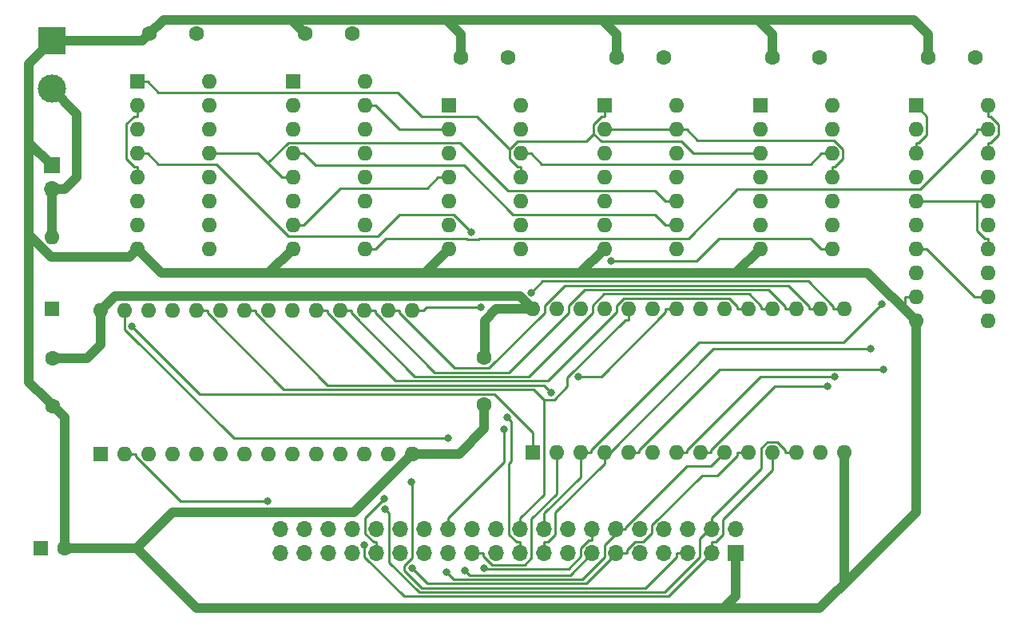
<source format=gbr>
%TF.GenerationSoftware,KiCad,Pcbnew,(6.0.9)*%
%TF.CreationDate,2023-10-24T21:18:58+02:00*%
%TF.ProjectId,p2000t-ram-expansion-board,70323030-3074-42d7-9261-6d2d65787061,rev?*%
%TF.SameCoordinates,Original*%
%TF.FileFunction,Copper,L1,Top*%
%TF.FilePolarity,Positive*%
%FSLAX46Y46*%
G04 Gerber Fmt 4.6, Leading zero omitted, Abs format (unit mm)*
G04 Created by KiCad (PCBNEW (6.0.9)) date 2023-10-24 21:18:58*
%MOMM*%
%LPD*%
G01*
G04 APERTURE LIST*
%TA.AperFunction,ComponentPad*%
%ADD10C,1.600000*%
%TD*%
%TA.AperFunction,ComponentPad*%
%ADD11R,1.600000X1.600000*%
%TD*%
%TA.AperFunction,ComponentPad*%
%ADD12O,1.600000X1.600000*%
%TD*%
%TA.AperFunction,ComponentPad*%
%ADD13R,1.700000X1.700000*%
%TD*%
%TA.AperFunction,ComponentPad*%
%ADD14O,1.700000X1.700000*%
%TD*%
%TA.AperFunction,ComponentPad*%
%ADD15R,3.000000X3.000000*%
%TD*%
%TA.AperFunction,ComponentPad*%
%ADD16C,3.000000*%
%TD*%
%TA.AperFunction,ViaPad*%
%ADD17C,0.800000*%
%TD*%
%TA.AperFunction,Conductor*%
%ADD18C,0.250000*%
%TD*%
%TA.AperFunction,Conductor*%
%ADD19C,1.000000*%
%TD*%
G04 APERTURE END LIST*
D10*
%TO.P,C1,1*%
%TO.N,+5V*%
X91440000Y-27940000D03*
%TO.P,C1,2*%
%TO.N,GND*%
X86440000Y-27940000D03*
%TD*%
D11*
%TO.P,U5,1,G*%
%TO.N,GND*%
X118120000Y-33020000D03*
D12*
%TO.P,U5,2,P0*%
%TO.N,A0*%
X118120000Y-35560000D03*
%TO.P,U5,3,R0*%
%TO.N,GND*%
X118120000Y-38100000D03*
%TO.P,U5,4,P1*%
%TO.N,A1*%
X118120000Y-40640000D03*
%TO.P,U5,5,R1*%
%TO.N,GND*%
X118120000Y-43180000D03*
%TO.P,U5,6,P2*%
%TO.N,A2*%
X118120000Y-45720000D03*
%TO.P,U5,7,R2*%
%TO.N,+5V*%
X118120000Y-48260000D03*
%TO.P,U5,8,P3*%
%TO.N,A3*%
X118120000Y-50800000D03*
%TO.P,U5,9,R3*%
%TO.N,GND*%
X118120000Y-53340000D03*
%TO.P,U5,10,GND*%
X118120000Y-55880000D03*
%TO.P,U5,11,P4*%
%TO.N,A4*%
X125740000Y-55880000D03*
%TO.P,U5,12,R4*%
%TO.N,+5V*%
X125740000Y-53340000D03*
%TO.P,U5,13,P5*%
%TO.N,A5*%
X125740000Y-50800000D03*
%TO.P,U5,14,R5*%
%TO.N,GND*%
X125740000Y-48260000D03*
%TO.P,U5,15,P6*%
%TO.N,A6*%
X125740000Y-45720000D03*
%TO.P,U5,16,R6*%
%TO.N,GND*%
X125740000Y-43180000D03*
%TO.P,U5,17,P7*%
%TO.N,A7*%
X125740000Y-40640000D03*
%TO.P,U5,18,R7*%
%TO.N,+5V*%
X125740000Y-38100000D03*
%TO.P,U5,19,P=R*%
%TO.N,Net-(U5-Pad19)*%
X125740000Y-35560000D03*
%TO.P,U5,20,VCC*%
%TO.N,+5V*%
X125740000Y-33020000D03*
%TD*%
D10*
%TO.P,C9,1*%
%TO.N,+5V*%
X74930000Y-27940000D03*
%TO.P,C9,2*%
%TO.N,GND*%
X69930000Y-27940000D03*
%TD*%
D11*
%TO.P,D1,1,K*%
%TO.N,+5V*%
X26520000Y-54620000D03*
D12*
%TO.P,D1,2,A*%
%TO.N,VCC*%
X26520000Y-47000000D03*
%TD*%
D10*
%TO.P,C5,1*%
%TO.N,+5V*%
X58420000Y-25400000D03*
%TO.P,C5,2*%
%TO.N,GND*%
X53420000Y-25400000D03*
%TD*%
%TO.P,C6,1*%
%TO.N,+5V*%
X72390000Y-59730000D03*
%TO.P,C6,2*%
%TO.N,GND*%
X72390000Y-64730000D03*
%TD*%
D11*
%TO.P,U1,1*%
%TO.N,~{RES}*%
X68590000Y-33020000D03*
D12*
%TO.P,U1,2*%
%TO.N,RES*%
X68590000Y-35560000D03*
%TO.P,U1,3*%
%TO.N,~{WR}*%
X68590000Y-38100000D03*
%TO.P,U1,4*%
%TO.N,WR*%
X68590000Y-40640000D03*
%TO.P,U1,5*%
%TO.N,Net-(U1-Pad5)*%
X68590000Y-43180000D03*
%TO.P,U1,6*%
%TO.N,Net-(U1-Pad6)*%
X68590000Y-45720000D03*
%TO.P,U1,7,GND*%
%TO.N,GND*%
X68590000Y-48260000D03*
%TO.P,U1,8*%
%TO.N,unconnected-(U1-Pad8)*%
X76210000Y-48260000D03*
%TO.P,U1,9*%
%TO.N,GND*%
X76210000Y-45720000D03*
%TO.P,U1,10*%
%TO.N,Net-(U1-Pad10)*%
X76210000Y-43180000D03*
%TO.P,U1,11*%
%TO.N,BR*%
X76210000Y-40640000D03*
%TO.P,U1,12*%
%TO.N,Net-(U1-Pad12)*%
X76210000Y-38100000D03*
%TO.P,U1,13*%
%TO.N,~{MRQ}*%
X76210000Y-35560000D03*
%TO.P,U1,14,VCC*%
%TO.N,+5V*%
X76210000Y-33020000D03*
%TD*%
D10*
%TO.P,C7,1*%
%TO.N,+5V*%
X26670000Y-59868000D03*
%TO.P,C7,2*%
%TO.N,GND*%
X26670000Y-64868000D03*
%TD*%
D11*
%TO.P,U8,1,S*%
%TO.N,BR*%
X35570000Y-30470000D03*
D12*
%TO.P,U8,2,I0a*%
%TO.N,GND*%
X35570000Y-33010000D03*
%TO.P,U8,3,I1a*%
%TO.N,S0*%
X35570000Y-35550000D03*
%TO.P,U8,4,Za*%
%TO.N,A13_1*%
X35570000Y-38090000D03*
%TO.P,U8,5,I0b*%
%TO.N,GND*%
X35570000Y-40630000D03*
%TO.P,U8,6,I1b*%
%TO.N,+5V*%
X35570000Y-43170000D03*
%TO.P,U8,7,Zb*%
%TO.N,A14_1*%
X35570000Y-45710000D03*
%TO.P,U8,8,GND*%
%TO.N,GND*%
X35570000Y-48250000D03*
%TO.P,U8,9,Zc*%
%TO.N,A13_2*%
X43190000Y-48250000D03*
%TO.P,U8,10,I1c*%
%TO.N,S0*%
X43190000Y-45710000D03*
%TO.P,U8,11,I0c*%
X43190000Y-43170000D03*
%TO.P,U8,12,Zd*%
%TO.N,A14_2*%
X43190000Y-40630000D03*
%TO.P,U8,13,I1d*%
%TO.N,S2*%
X43190000Y-38090000D03*
%TO.P,U8,14,I0d*%
X43190000Y-35550000D03*
%TO.P,U8,15,E*%
%TO.N,GND*%
X43190000Y-33010000D03*
%TO.P,U8,16,VCC*%
%TO.N,+5V*%
X43190000Y-30470000D03*
%TD*%
D11*
%TO.P,C3,1*%
%TO.N,+5V*%
X25400000Y-80010000D03*
D10*
%TO.P,C3,2*%
%TO.N,GND*%
X27900000Y-80010000D03*
%TD*%
%TO.P,C4,1*%
%TO.N,+5V*%
X107910000Y-27940000D03*
%TO.P,C4,2*%
%TO.N,GND*%
X102910000Y-27940000D03*
%TD*%
%TO.P,C2,1*%
%TO.N,+5V*%
X41870000Y-25400000D03*
%TO.P,C2,2*%
%TO.N,GND*%
X36870000Y-25400000D03*
%TD*%
D11*
%TO.P,U4,1,A14*%
%TO.N,A14_2*%
X31750000Y-69993000D03*
D12*
%TO.P,U4,2,A12*%
%TO.N,A12*%
X34290000Y-69993000D03*
%TO.P,U4,3,A7*%
%TO.N,A7*%
X36830000Y-69993000D03*
%TO.P,U4,4,A6*%
%TO.N,A6*%
X39370000Y-69993000D03*
%TO.P,U4,5,A5*%
%TO.N,A5*%
X41910000Y-69993000D03*
%TO.P,U4,6,A4*%
%TO.N,A4*%
X44450000Y-69993000D03*
%TO.P,U4,7,A3*%
%TO.N,A3*%
X46990000Y-69993000D03*
%TO.P,U4,8,A2*%
%TO.N,A2*%
X49530000Y-69993000D03*
%TO.P,U4,9,A1*%
%TO.N,A1*%
X52070000Y-69993000D03*
%TO.P,U4,10,A0*%
%TO.N,A0*%
X54610000Y-69993000D03*
%TO.P,U4,11,Q0*%
%TO.N,D0*%
X57150000Y-69993000D03*
%TO.P,U4,12,Q1*%
%TO.N,D1*%
X59690000Y-69993000D03*
%TO.P,U4,13,Q2*%
%TO.N,D2*%
X62230000Y-69993000D03*
%TO.P,U4,14,GND*%
%TO.N,GND*%
X64770000Y-69993000D03*
%TO.P,U4,15,Q3*%
%TO.N,D3*%
X64770000Y-54753000D03*
%TO.P,U4,16,Q4*%
%TO.N,D4*%
X62230000Y-54753000D03*
%TO.P,U4,17,Q5*%
%TO.N,D5*%
X59690000Y-54753000D03*
%TO.P,U4,18,Q6*%
%TO.N,D6*%
X57150000Y-54753000D03*
%TO.P,U4,19,Q7*%
%TO.N,D7*%
X54610000Y-54753000D03*
%TO.P,U4,20,~{CS}*%
%TO.N,~{CS2}*%
X52070000Y-54753000D03*
%TO.P,U4,21,A10*%
%TO.N,A10*%
X49530000Y-54753000D03*
%TO.P,U4,22,~{OE}*%
%TO.N,~{RD}*%
X46990000Y-54753000D03*
%TO.P,U4,23,A11*%
%TO.N,A11*%
X44450000Y-54753000D03*
%TO.P,U4,24,A9*%
%TO.N,A9*%
X41910000Y-54753000D03*
%TO.P,U4,25,A8*%
%TO.N,A8*%
X39370000Y-54753000D03*
%TO.P,U4,26,A13*%
%TO.N,A13_2*%
X36830000Y-54753000D03*
%TO.P,U4,27,~{WE}*%
%TO.N,~{WR}*%
X34290000Y-54753000D03*
%TO.P,U4,28,VCC*%
%TO.N,+5V*%
X31750000Y-54753000D03*
%TD*%
D13*
%TO.P,J2,1,Pin_1*%
%TO.N,GND*%
X26520000Y-39380000D03*
D14*
%TO.P,J2,2,Pin_2*%
%TO.N,VCC*%
X26520000Y-41920000D03*
%TD*%
D11*
%TO.P,U6,1*%
%TO.N,BR*%
X85100000Y-33015000D03*
D12*
%TO.P,U6,2*%
%TO.N,~{REN}*%
X85100000Y-35555000D03*
%TO.P,U6,3*%
%TO.N,~{CS2}*%
X85100000Y-38095000D03*
%TO.P,U6,4*%
%TO.N,GND*%
X85100000Y-40635000D03*
%TO.P,U6,5*%
X85100000Y-43175000D03*
%TO.P,U6,6*%
%TO.N,unconnected-(U6-Pad6)*%
X85100000Y-45715000D03*
%TO.P,U6,7,GND*%
%TO.N,GND*%
X85100000Y-48255000D03*
%TO.P,U6,8*%
%TO.N,Net-(U3-Pad1)*%
X92720000Y-48255000D03*
%TO.P,U6,9*%
%TO.N,S1*%
X92720000Y-45715000D03*
%TO.P,U6,10*%
%TO.N,S2*%
X92720000Y-43175000D03*
%TO.P,U6,11*%
%TO.N,~{CS1}*%
X92720000Y-40635000D03*
%TO.P,U6,12*%
%TO.N,Net-(U1-Pad10)*%
X92720000Y-38095000D03*
%TO.P,U6,13*%
%TO.N,~{REN}*%
X92720000Y-35555000D03*
%TO.P,U6,14,VCC*%
%TO.N,+5V*%
X92720000Y-33015000D03*
%TD*%
D11*
%TO.P,U7,1,Oe1*%
%TO.N,GND*%
X52080000Y-30470000D03*
D12*
%TO.P,U7,2,Oe2*%
X52080000Y-33010000D03*
%TO.P,U7,3,Q0*%
%TO.N,S0*%
X52080000Y-35550000D03*
%TO.P,U7,4,Q1*%
%TO.N,S1*%
X52080000Y-38090000D03*
%TO.P,U7,5,Q2*%
%TO.N,S2*%
X52080000Y-40630000D03*
%TO.P,U7,6,Q3*%
%TO.N,unconnected-(U7-Pad6)*%
X52080000Y-43170000D03*
%TO.P,U7,7,Cp*%
%TO.N,WR*%
X52080000Y-45710000D03*
%TO.P,U7,8,GND*%
%TO.N,GND*%
X52080000Y-48250000D03*
%TO.P,U7,9,E1*%
%TO.N,Net-(U5-Pad19)*%
X59700000Y-48250000D03*
%TO.P,U7,10,E2*%
%TO.N,~{IORQ}*%
X59700000Y-45710000D03*
%TO.P,U7,11,D3*%
%TO.N,D3*%
X59700000Y-43170000D03*
%TO.P,U7,12,D2*%
%TO.N,D2*%
X59700000Y-40630000D03*
%TO.P,U7,13,D1*%
%TO.N,D1*%
X59700000Y-38090000D03*
%TO.P,U7,14,D0*%
%TO.N,D0*%
X59700000Y-35550000D03*
%TO.P,U7,15,Mr*%
%TO.N,RES*%
X59700000Y-33010000D03*
%TO.P,U7,16,VCC*%
%TO.N,+5V*%
X59700000Y-30470000D03*
%TD*%
D10*
%TO.P,C8,1*%
%TO.N,+5V*%
X124420000Y-27935000D03*
%TO.P,C8,2*%
%TO.N,GND*%
X119420000Y-27935000D03*
%TD*%
D11*
%TO.P,U2,1,A14*%
%TO.N,A14_1*%
X77495000Y-69855000D03*
D12*
%TO.P,U2,2,A12*%
%TO.N,A12*%
X80035000Y-69855000D03*
%TO.P,U2,3,A7*%
%TO.N,A7*%
X82575000Y-69855000D03*
%TO.P,U2,4,A6*%
%TO.N,A6*%
X85115000Y-69855000D03*
%TO.P,U2,5,A5*%
%TO.N,A5*%
X87655000Y-69855000D03*
%TO.P,U2,6,A4*%
%TO.N,A4*%
X90195000Y-69855000D03*
%TO.P,U2,7,A3*%
%TO.N,A3*%
X92735000Y-69855000D03*
%TO.P,U2,8,A2*%
%TO.N,A2*%
X95275000Y-69855000D03*
%TO.P,U2,9,A1*%
%TO.N,A1*%
X97815000Y-69855000D03*
%TO.P,U2,10,A0*%
%TO.N,A0*%
X100355000Y-69855000D03*
%TO.P,U2,11,Q0*%
%TO.N,D0*%
X102895000Y-69855000D03*
%TO.P,U2,12,Q1*%
%TO.N,D1*%
X105435000Y-69855000D03*
%TO.P,U2,13,Q2*%
%TO.N,D2*%
X107975000Y-69855000D03*
%TO.P,U2,14,GND*%
%TO.N,GND*%
X110515000Y-69855000D03*
%TO.P,U2,15,Q3*%
%TO.N,D3*%
X110515000Y-54615000D03*
%TO.P,U2,16,Q4*%
%TO.N,D4*%
X107975000Y-54615000D03*
%TO.P,U2,17,Q5*%
%TO.N,D5*%
X105435000Y-54615000D03*
%TO.P,U2,18,Q6*%
%TO.N,D6*%
X102895000Y-54615000D03*
%TO.P,U2,19,Q7*%
%TO.N,D7*%
X100355000Y-54615000D03*
%TO.P,U2,20,~{CS}*%
%TO.N,~{CS1}*%
X97815000Y-54615000D03*
%TO.P,U2,21,A10*%
%TO.N,A10*%
X95275000Y-54615000D03*
%TO.P,U2,22,~{OE}*%
%TO.N,~{RD}*%
X92735000Y-54615000D03*
%TO.P,U2,23,A11*%
%TO.N,A11*%
X90195000Y-54615000D03*
%TO.P,U2,24,A9*%
%TO.N,A9*%
X87655000Y-54615000D03*
%TO.P,U2,25,A8*%
%TO.N,A8*%
X85115000Y-54615000D03*
%TO.P,U2,26,A13*%
%TO.N,A13_1*%
X82575000Y-54615000D03*
%TO.P,U2,27,~{WE}*%
%TO.N,~{WR}*%
X80035000Y-54615000D03*
%TO.P,U2,28,VCC*%
%TO.N,+5V*%
X77495000Y-54615000D03*
%TD*%
D15*
%TO.P,J3,1,Pin_1*%
%TO.N,GND*%
X26520000Y-26172000D03*
D16*
%TO.P,J3,2,Pin_2*%
%TO.N,VCC*%
X26520000Y-31252000D03*
%TD*%
D11*
%TO.P,U3,1*%
%TO.N,Net-(U3-Pad1)*%
X101610000Y-33015000D03*
D12*
%TO.P,U3,2*%
%TO.N,Net-(U1-Pad6)*%
X101610000Y-35555000D03*
%TO.P,U3,3*%
%TO.N,BR*%
X101610000Y-38095000D03*
%TO.P,U3,4*%
%TO.N,GND*%
X101610000Y-40635000D03*
%TO.P,U3,5*%
X101610000Y-43175000D03*
%TO.P,U3,6*%
%TO.N,unconnected-(U3-Pad6)*%
X101610000Y-45715000D03*
%TO.P,U3,7,GND*%
%TO.N,GND*%
X101610000Y-48255000D03*
%TO.P,U3,8*%
%TO.N,Net-(U1-Pad5)*%
X109230000Y-48255000D03*
%TO.P,U3,9*%
%TO.N,A13*%
X109230000Y-45715000D03*
%TO.P,U3,10*%
%TO.N,A14*%
X109230000Y-43175000D03*
%TO.P,U3,11*%
%TO.N,~{REN}*%
X109230000Y-40635000D03*
%TO.P,U3,12*%
%TO.N,Net-(U1-Pad12)*%
X109230000Y-38095000D03*
%TO.P,U3,13*%
%TO.N,RAMS2*%
X109230000Y-35555000D03*
%TO.P,U3,14,VCC*%
%TO.N,+5V*%
X109230000Y-33015000D03*
%TD*%
D13*
%TO.P,J1,1,Pin_1*%
%TO.N,GND*%
X99055000Y-80518000D03*
D14*
%TO.P,J1,2,Pin_2*%
%TO.N,unconnected-(J1-Pad2)*%
X99055000Y-77978000D03*
%TO.P,J1,3,Pin_3*%
%TO.N,D0*%
X96515000Y-80518000D03*
%TO.P,J1,4,Pin_4*%
%TO.N,D1*%
X96515000Y-77978000D03*
%TO.P,J1,5,Pin_5*%
%TO.N,D2*%
X93975000Y-80518000D03*
%TO.P,J1,6,Pin_6*%
%TO.N,D3*%
X93975000Y-77978000D03*
%TO.P,J1,7,Pin_7*%
%TO.N,D4*%
X91435000Y-80518000D03*
%TO.P,J1,8,Pin_8*%
%TO.N,D5*%
X91435000Y-77978000D03*
%TO.P,J1,9,Pin_9*%
%TO.N,D6*%
X88895000Y-80518000D03*
%TO.P,J1,10,Pin_10*%
%TO.N,D7*%
X88895000Y-77978000D03*
%TO.P,J1,11,Pin_11*%
%TO.N,A0*%
X86355000Y-80518000D03*
%TO.P,J1,12,Pin_12*%
%TO.N,A1*%
X86355000Y-77978000D03*
%TO.P,J1,13,Pin_13*%
%TO.N,A2*%
X83815000Y-80518000D03*
%TO.P,J1,14,Pin_14*%
%TO.N,A3*%
X83815000Y-77978000D03*
%TO.P,J1,15,Pin_15*%
%TO.N,A4*%
X81275000Y-80518000D03*
%TO.P,J1,16,Pin_16*%
%TO.N,A5*%
X81275000Y-77978000D03*
%TO.P,J1,17,Pin_17*%
%TO.N,A6*%
X78735000Y-80518000D03*
%TO.P,J1,18,Pin_18*%
%TO.N,A7*%
X78735000Y-77978000D03*
%TO.P,J1,19,Pin_19*%
%TO.N,A8*%
X76195000Y-80518000D03*
%TO.P,J1,20,Pin_20*%
%TO.N,A9*%
X76195000Y-77978000D03*
%TO.P,J1,21,Pin_21*%
%TO.N,A10*%
X73655000Y-80518000D03*
%TO.P,J1,22,Pin_22*%
%TO.N,A11*%
X73655000Y-77978000D03*
%TO.P,J1,23,Pin_23*%
%TO.N,A12*%
X71115000Y-80518000D03*
%TO.P,J1,24,Pin_24*%
%TO.N,A13*%
X71115000Y-77978000D03*
%TO.P,J1,25,Pin_25*%
%TO.N,A14*%
X68575000Y-80518000D03*
%TO.P,J1,26,Pin_26*%
%TO.N,RAMS2*%
X68575000Y-77978000D03*
%TO.P,J1,27,Pin_27*%
%TO.N,~{MRQ}*%
X66035000Y-80518000D03*
%TO.P,J1,28,Pin_28*%
%TO.N,~{RD}*%
X66035000Y-77978000D03*
%TO.P,J1,29,Pin_29*%
%TO.N,unconnected-(J1-Pad29)*%
X63495000Y-80518000D03*
%TO.P,J1,30,Pin_30*%
%TO.N,~{WR}*%
X63495000Y-77978000D03*
%TO.P,J1,31,Pin_31*%
%TO.N,~{IORQ}*%
X60955000Y-80518000D03*
%TO.P,J1,32,Pin_32*%
%TO.N,unconnected-(J1-Pad32)*%
X60955000Y-77978000D03*
%TO.P,J1,33,Pin_33*%
%TO.N,unconnected-(J1-Pad33)*%
X58415000Y-80518000D03*
%TO.P,J1,34,Pin_34*%
%TO.N,~{RES}*%
X58415000Y-77978000D03*
%TO.P,J1,35,Pin_35*%
%TO.N,unconnected-(J1-Pad35)*%
X55875000Y-80518000D03*
%TO.P,J1,36,Pin_36*%
%TO.N,unconnected-(J1-Pad36)*%
X55875000Y-77978000D03*
%TO.P,J1,37,Pin_37*%
%TO.N,unconnected-(J1-Pad37)*%
X53335000Y-80518000D03*
%TO.P,J1,38,Pin_38*%
%TO.N,unconnected-(J1-Pad38)*%
X53335000Y-77978000D03*
%TO.P,J1,39,Pin_39*%
%TO.N,unconnected-(J1-Pad39)*%
X50795000Y-80518000D03*
%TO.P,J1,40,Pin_40*%
%TO.N,unconnected-(J1-Pad40)*%
X50795000Y-77978000D03*
%TD*%
D17*
%TO.N,Net-(U1-Pad5)*%
X85847100Y-49501800D03*
%TO.N,A13_1*%
X70998200Y-46491200D03*
%TO.N,~{IORQ}*%
X61778500Y-74720300D03*
%TO.N,~{WR}*%
X68556700Y-68308300D03*
%TO.N,~{RD}*%
X79475900Y-63456400D03*
X82345600Y-61748000D03*
%TO.N,RAMS2*%
X74501400Y-67371400D03*
%TO.N,A12*%
X49402800Y-75010800D03*
%TO.N,A8*%
X74768500Y-66074400D03*
%TO.N,A7*%
X114476900Y-54076400D03*
%TO.N,A6*%
X113301100Y-58838700D03*
%TO.N,A5*%
X114673000Y-61023000D03*
%TO.N,A3*%
X109558500Y-61817500D03*
X72341200Y-82115700D03*
%TO.N,A2*%
X108738700Y-62776300D03*
X70333400Y-82319500D03*
%TO.N,A1*%
X68334700Y-82505900D03*
%TO.N,A0*%
X64692600Y-82063800D03*
%TO.N,D3*%
X77313200Y-52871900D03*
X72052300Y-54402700D03*
%TO.N,D2*%
X64651600Y-72981800D03*
%TO.N,D1*%
X61817900Y-75793800D03*
%TO.N,D0*%
X59633700Y-79670500D03*
%TO.N,A14_1*%
X35035100Y-56468400D03*
%TD*%
D18*
%TO.N,GND*%
X119240300Y-34140300D02*
X118120000Y-33020000D01*
X119245300Y-34140300D02*
X119240300Y-34140300D01*
D19*
%TO.N,VCC*%
X27930000Y-41920000D02*
X26520000Y-41920000D01*
X29210000Y-40640000D02*
X27930000Y-41920000D01*
X29210000Y-33942000D02*
X29210000Y-40640000D01*
X26520000Y-31252000D02*
X29210000Y-33942000D01*
X26520000Y-47000000D02*
X26520000Y-41920000D01*
D18*
%TO.N,Net-(U1-Pad12)*%
X78457600Y-39222300D02*
X77335300Y-38100000D01*
X106977400Y-39222300D02*
X78457600Y-39222300D01*
X108104700Y-38095000D02*
X106977400Y-39222300D01*
X76210000Y-38100000D02*
X77335300Y-38100000D01*
X109230000Y-38095000D02*
X108104700Y-38095000D01*
%TO.N,Net-(U5-Pad19)*%
X59700000Y-48250000D02*
X60825300Y-48250000D01*
X125740000Y-35560000D02*
X124614700Y-35560000D01*
X124614700Y-35841300D02*
X124614700Y-35560000D01*
X118551000Y-41905000D02*
X124614700Y-35841300D01*
X99233000Y-41905000D02*
X118551000Y-41905000D01*
X94013300Y-47124700D02*
X99233000Y-41905000D01*
X71870000Y-47124700D02*
X94013300Y-47124700D01*
X71773800Y-47220900D02*
X71870000Y-47124700D01*
X70595300Y-47220900D02*
X71773800Y-47220900D01*
X70499100Y-47124700D02*
X70595300Y-47220900D01*
X61950600Y-47124700D02*
X70499100Y-47124700D01*
X60825300Y-48250000D02*
X61950600Y-47124700D01*
%TO.N,BR*%
X85100000Y-33015000D02*
X85100000Y-34140300D01*
X76210000Y-40640000D02*
X76210000Y-39514700D01*
X84775100Y-36825000D02*
X83974700Y-36024600D01*
X93250200Y-36825000D02*
X84775100Y-36825000D01*
X94520200Y-38095000D02*
X93250200Y-36825000D01*
X101610000Y-38095000D02*
X94520200Y-38095000D01*
X84818600Y-34140300D02*
X85100000Y-34140300D01*
X83974700Y-34984200D02*
X84818600Y-34140300D01*
X83974700Y-36024600D02*
X83974700Y-34984200D01*
X71596600Y-34145400D02*
X75084700Y-37633500D01*
X65736100Y-34145400D02*
X71596600Y-34145400D01*
X63186000Y-31595300D02*
X65736100Y-34145400D01*
X37820600Y-31595300D02*
X63186000Y-31595300D01*
X36695300Y-30470000D02*
X37820600Y-31595300D01*
X75888200Y-36830000D02*
X75084700Y-37633500D01*
X83169300Y-36830000D02*
X75888200Y-36830000D01*
X83974700Y-36024600D02*
X83169300Y-36830000D01*
X75928600Y-39514700D02*
X76210000Y-39514700D01*
X75084700Y-38670800D02*
X75928600Y-39514700D01*
X75084700Y-37633500D02*
X75084700Y-38670800D01*
X35570000Y-30470000D02*
X36695300Y-30470000D01*
%TO.N,Net-(U1-Pad5)*%
X109230000Y-48255000D02*
X108104700Y-48255000D01*
X94856000Y-49501800D02*
X85847100Y-49501800D01*
X97233300Y-47124500D02*
X94856000Y-49501800D01*
X106974200Y-47124500D02*
X97233300Y-47124500D01*
X108104700Y-48255000D02*
X106974200Y-47124500D01*
%TO.N,~{REN}*%
X85100000Y-35555000D02*
X92720000Y-35555000D01*
X94970600Y-36680300D02*
X93845300Y-35555000D01*
X109459300Y-36680300D02*
X94970600Y-36680300D01*
X110388300Y-37609300D02*
X109459300Y-36680300D01*
X110388300Y-38632700D02*
X110388300Y-37609300D01*
X109511300Y-39509700D02*
X110388300Y-38632700D01*
X109230000Y-39509700D02*
X109511300Y-39509700D01*
X109230000Y-40635000D02*
X109230000Y-39509700D01*
X92720000Y-35555000D02*
X93845300Y-35555000D01*
%TO.N,RES*%
X63375300Y-35560000D02*
X68590000Y-35560000D01*
X60825300Y-33010000D02*
X63375300Y-35560000D01*
X59700000Y-33010000D02*
X60825300Y-33010000D01*
%TO.N,WR*%
X66339400Y-41765300D02*
X67464700Y-40640000D01*
X57150000Y-41765300D02*
X66339400Y-41765300D01*
X53205300Y-45710000D02*
X57150000Y-41765300D01*
X52080000Y-45710000D02*
X53205300Y-45710000D01*
X68590000Y-40640000D02*
X67464700Y-40640000D01*
D19*
%TO.N,+5V*%
X33250000Y-53253000D02*
X31750000Y-54753000D01*
X76133000Y-53253000D02*
X33250000Y-53253000D01*
X77495000Y-54615000D02*
X76133000Y-53253000D01*
X31750000Y-58420000D02*
X31750000Y-54753000D01*
X30302000Y-59868000D02*
X31750000Y-58420000D01*
X26670000Y-59868000D02*
X30302000Y-59868000D01*
X72405000Y-59730000D02*
X72405000Y-58009900D01*
X73655000Y-54615000D02*
X77495000Y-54615000D01*
X72405000Y-55865000D02*
X73655000Y-54615000D01*
X72405000Y-58009900D02*
X72405000Y-55865000D01*
D18*
X72390000Y-58024900D02*
X72390000Y-59730000D01*
X72405000Y-58009900D02*
X72390000Y-58024900D01*
X126021400Y-36974700D02*
X125740000Y-36974700D01*
X126865300Y-36130800D02*
X126021400Y-36974700D01*
X126865300Y-34989300D02*
X126865300Y-36130800D01*
X126021300Y-34145300D02*
X126865300Y-34989300D01*
X125740000Y-34145300D02*
X126021300Y-34145300D01*
X125740000Y-33020000D02*
X125740000Y-34145300D01*
X125740000Y-38100000D02*
X125740000Y-36974700D01*
X124325300Y-53340000D02*
X125740000Y-53340000D01*
X119245300Y-48260000D02*
X124325300Y-53340000D01*
X118120000Y-48260000D02*
X119245300Y-48260000D01*
%TO.N,S2*%
X52080000Y-40630000D02*
X50954700Y-40630000D01*
X92720000Y-43175000D02*
X91594700Y-43175000D01*
X90469400Y-42049700D02*
X91594700Y-43175000D01*
X74932100Y-42049700D02*
X90469400Y-42049700D01*
X69822700Y-36940300D02*
X74932100Y-42049700D01*
X51628100Y-36940300D02*
X69822700Y-36940300D01*
X49446600Y-39121800D02*
X51628100Y-36940300D01*
X50954700Y-40630000D02*
X49446600Y-39121800D01*
X48414700Y-38090000D02*
X43190000Y-38090000D01*
X49446600Y-39121800D02*
X48414700Y-38090000D01*
%TO.N,S1*%
X52080000Y-38090000D02*
X53205300Y-38090000D01*
X92720000Y-45715000D02*
X91594700Y-45715000D01*
X54485300Y-39370000D02*
X53205300Y-38090000D01*
X70209700Y-39370000D02*
X54485300Y-39370000D01*
X75429400Y-44589700D02*
X70209700Y-39370000D01*
X90469400Y-44589700D02*
X75429400Y-44589700D01*
X91594700Y-45715000D02*
X90469400Y-44589700D01*
D19*
%TO.N,GND*%
X69707000Y-69993000D02*
X64770000Y-69993000D01*
X72390000Y-67310000D02*
X69707000Y-69993000D01*
X72390000Y-64730000D02*
X72390000Y-67310000D01*
X39370000Y-76200000D02*
X35560000Y-80010000D01*
X58563000Y-76200000D02*
X39370000Y-76200000D01*
X64770000Y-69993000D02*
X58563000Y-76200000D01*
X118120000Y-76190000D02*
X110515000Y-83795000D01*
X118120000Y-55880000D02*
X118120000Y-76190000D01*
X109220000Y-85090000D02*
X110515000Y-83795000D01*
X107950000Y-86360000D02*
X109220000Y-85090000D01*
X97790000Y-86360000D02*
X107950000Y-86360000D01*
X110515000Y-83795000D02*
X110515000Y-69855000D01*
X96520000Y-86360000D02*
X97790000Y-86360000D01*
X99055000Y-85095000D02*
X99055000Y-80518000D01*
X97790000Y-86360000D02*
X99055000Y-85095000D01*
X41910000Y-86360000D02*
X96520000Y-86360000D01*
X35560000Y-80010000D02*
X41910000Y-86360000D01*
X27900000Y-80010000D02*
X35560000Y-80010000D01*
X99060000Y-50800000D02*
X99065000Y-50800000D01*
X99065000Y-50800000D02*
X101610000Y-48255000D01*
X81280000Y-50800000D02*
X82555000Y-50800000D01*
X82555000Y-50800000D02*
X85100000Y-48255000D01*
X66050000Y-50800000D02*
X68590000Y-48260000D01*
X49530000Y-50800000D02*
X66050000Y-50800000D01*
X49530000Y-50800000D02*
X52080000Y-48250000D01*
X24130000Y-46731300D02*
X24130000Y-40640000D01*
X26448700Y-49050000D02*
X24130000Y-46731300D01*
X34770000Y-49050000D02*
X26448700Y-49050000D01*
X35570000Y-48250000D02*
X34770000Y-49050000D01*
X24130000Y-36990000D02*
X24130000Y-40640000D01*
X24130000Y-36990000D02*
X26520000Y-39380000D01*
X24130000Y-28562000D02*
X24130000Y-36990000D01*
X26520000Y-26172000D02*
X24130000Y-28562000D01*
X119420000Y-25440000D02*
X119420000Y-27935000D01*
X117880000Y-23900000D02*
X119420000Y-25440000D01*
X101370000Y-23900000D02*
X117880000Y-23900000D01*
X102910000Y-25440000D02*
X102910000Y-27940000D01*
X101370000Y-23900000D02*
X102910000Y-25440000D01*
X83590000Y-23900000D02*
X84860000Y-23900000D01*
X65810000Y-23900000D02*
X68350000Y-23900000D01*
X51920000Y-23900000D02*
X65810000Y-23900000D01*
X86440000Y-25480000D02*
X86440000Y-27940000D01*
X84860000Y-23900000D02*
X86440000Y-25480000D01*
X69930000Y-25480000D02*
X69930000Y-27940000D01*
X68350000Y-23900000D02*
X69930000Y-25480000D01*
X51920000Y-23900000D02*
X53420000Y-25400000D01*
X38370000Y-23900000D02*
X51920000Y-23900000D01*
X36870000Y-25400000D02*
X38370000Y-23900000D01*
X65810000Y-23900000D02*
X68350000Y-23900000D01*
X68350000Y-23900000D02*
X83590000Y-23900000D01*
X83590000Y-23900000D02*
X84860000Y-23900000D01*
X99290000Y-23900000D02*
X101370000Y-23900000D01*
X24130000Y-40640000D02*
X24130000Y-46731300D01*
X81280000Y-50800000D02*
X82555000Y-50800000D01*
X82555000Y-50800000D02*
X99060000Y-50800000D01*
X99060000Y-50800000D02*
X99065000Y-50800000D01*
X96520000Y-86360000D02*
X97790000Y-86360000D01*
X110515000Y-83795000D02*
X109220000Y-85090000D01*
X84860000Y-23900000D02*
X99290000Y-23900000D01*
X99290000Y-23900000D02*
X101370000Y-23900000D01*
X36098000Y-26172000D02*
X36870000Y-25400000D01*
X26520000Y-26172000D02*
X36098000Y-26172000D01*
X66050000Y-50800000D02*
X81280000Y-50800000D01*
D18*
X118401400Y-36974700D02*
X118120000Y-36974700D01*
X119245300Y-36130800D02*
X118401400Y-36974700D01*
X119245300Y-34140300D02*
X119245300Y-36130800D01*
X118120000Y-38100000D02*
X118120000Y-36974700D01*
D19*
X38120000Y-50800000D02*
X49530000Y-50800000D01*
X35570000Y-48250000D02*
X38120000Y-50800000D01*
D18*
X35288600Y-34135300D02*
X35570000Y-34135300D01*
X34444700Y-34979200D02*
X35288600Y-34135300D01*
X34444700Y-38660700D02*
X34444700Y-34979200D01*
X35288700Y-39504700D02*
X34444700Y-38660700D01*
X35570000Y-39504700D02*
X35288700Y-39504700D01*
X35570000Y-40630000D02*
X35570000Y-39504700D01*
X35570000Y-33010000D02*
X35570000Y-34135300D01*
X116994700Y-54465300D02*
X116994700Y-53340000D01*
X116850000Y-54610000D02*
X116994700Y-54465300D01*
D19*
X115580000Y-53340000D02*
X116850000Y-54610000D01*
X115570000Y-53340000D02*
X115580000Y-53340000D01*
X113030000Y-50800000D02*
X115570000Y-53340000D01*
X99065000Y-50800000D02*
X113030000Y-50800000D01*
X116850000Y-54610000D02*
X118120000Y-55880000D01*
D18*
X118120000Y-53340000D02*
X116994700Y-53340000D01*
X125740000Y-48260000D02*
X125740000Y-47134700D01*
X125458700Y-47134700D02*
X125740000Y-47134700D01*
X124576500Y-46252500D02*
X125458700Y-47134700D01*
X124576500Y-43180000D02*
X124576500Y-46252500D01*
X118120000Y-43180000D02*
X124576500Y-43180000D01*
X124576500Y-43180000D02*
X125740000Y-43180000D01*
D19*
X24130000Y-62338000D02*
X26015000Y-64223000D01*
X24130000Y-46731300D02*
X24130000Y-62338000D01*
X27900000Y-66108000D02*
X27900000Y-80010000D01*
X26015000Y-64223000D02*
X27900000Y-66108000D01*
D18*
X26025000Y-64223000D02*
X26670000Y-64868000D01*
X26015000Y-64223000D02*
X26025000Y-64223000D01*
%TO.N,A13_1*%
X35570000Y-38090000D02*
X36695300Y-38090000D01*
X37820600Y-39215300D02*
X36695300Y-38090000D01*
X43976700Y-39215300D02*
X37820600Y-39215300D01*
X51607800Y-46846400D02*
X43976700Y-39215300D01*
X61098900Y-46846400D02*
X51607800Y-46846400D01*
X63356100Y-44589200D02*
X61098900Y-46846400D01*
X69096200Y-44589200D02*
X63356100Y-44589200D01*
X70998200Y-46491200D02*
X69096200Y-44589200D01*
%TO.N,~{IORQ}*%
X60955000Y-80518000D02*
X60955000Y-79342700D01*
X59761000Y-76737800D02*
X61778500Y-74720300D01*
X59761000Y-78453800D02*
X59761000Y-76737800D01*
X60649900Y-79342700D02*
X59761000Y-78453800D01*
X60955000Y-79342700D02*
X60649900Y-79342700D01*
%TO.N,~{WR}*%
X45842000Y-68308300D02*
X68556700Y-68308300D01*
X34290000Y-56756300D02*
X45842000Y-68308300D01*
X34290000Y-55878300D02*
X34290000Y-56756300D01*
X34290000Y-54753000D02*
X34290000Y-55878300D01*
%TO.N,~{RD}*%
X46990000Y-54753000D02*
X48115300Y-54753000D01*
X92735000Y-54615000D02*
X91609700Y-54615000D01*
X91609700Y-54896300D02*
X91609700Y-54615000D01*
X84758000Y-61748000D02*
X91609700Y-54896300D01*
X82345600Y-61748000D02*
X84758000Y-61748000D01*
X48115300Y-55034300D02*
X48115300Y-54753000D01*
X55749900Y-62668900D02*
X48115300Y-55034300D01*
X78688400Y-62668900D02*
X55749900Y-62668900D01*
X79475900Y-63456400D02*
X78688400Y-62668900D01*
%TO.N,RAMS2*%
X68575000Y-77978000D02*
X68575000Y-76802700D01*
X74501400Y-70876300D02*
X68575000Y-76802700D01*
X74501400Y-67371400D02*
X74501400Y-70876300D01*
%TO.N,A12*%
X34290000Y-69993000D02*
X35415300Y-69993000D01*
X80035000Y-74198400D02*
X80035000Y-69855000D01*
X77377300Y-76856100D02*
X80035000Y-74198400D01*
X77377300Y-81010600D02*
X77377300Y-76856100D01*
X76671300Y-81716600D02*
X77377300Y-81010600D01*
X73173500Y-81716600D02*
X76671300Y-81716600D01*
X72290300Y-80833400D02*
X73173500Y-81716600D01*
X72290300Y-80518000D02*
X72290300Y-80833400D01*
X71115000Y-80518000D02*
X72290300Y-80518000D01*
X40151800Y-75010800D02*
X49402800Y-75010800D01*
X35415300Y-70274300D02*
X40151800Y-75010800D01*
X35415300Y-69993000D02*
X35415300Y-70274300D01*
%TO.N,A9*%
X76195000Y-77978000D02*
X76195000Y-76802700D01*
X87655000Y-54615000D02*
X87655000Y-55740300D01*
X41910000Y-54753000D02*
X43035300Y-54753000D01*
X78696200Y-74301500D02*
X78696200Y-64223100D01*
X76195000Y-76802700D02*
X78696200Y-74301500D01*
X87303400Y-55740300D02*
X87655000Y-55740300D01*
X81197500Y-61846200D02*
X87303400Y-55740300D01*
X81197500Y-62811900D02*
X81197500Y-61846200D01*
X79786300Y-64223100D02*
X81197500Y-62811900D01*
X78696200Y-64223100D02*
X79786300Y-64223100D01*
X43035300Y-55034300D02*
X43035300Y-54753000D01*
X51120200Y-63119200D02*
X43035300Y-55034300D01*
X77592300Y-63119200D02*
X51120200Y-63119200D01*
X78696200Y-64223100D02*
X77592300Y-63119200D01*
%TO.N,A8*%
X76195000Y-80518000D02*
X76195000Y-79342700D01*
X75238200Y-66544100D02*
X74768500Y-66074400D01*
X75238200Y-70776400D02*
X75238200Y-66544100D01*
X75019700Y-70994900D02*
X75238200Y-70776400D01*
X75019700Y-78534800D02*
X75019700Y-70994900D01*
X75827600Y-79342700D02*
X75019700Y-78534800D01*
X76195000Y-79342700D02*
X75827600Y-79342700D01*
%TO.N,A7*%
X78735000Y-77978000D02*
X78735000Y-76802700D01*
X82575000Y-72443500D02*
X82575000Y-69855000D01*
X78735000Y-76283500D02*
X82575000Y-72443500D01*
X78735000Y-76802700D02*
X78735000Y-76283500D01*
X110440000Y-58113300D02*
X114476900Y-54076400D01*
X95160700Y-58113300D02*
X110440000Y-58113300D01*
X83700300Y-69573700D02*
X95160700Y-58113300D01*
X83700300Y-69855000D02*
X83700300Y-69573700D01*
X82575000Y-69855000D02*
X83700300Y-69855000D01*
%TO.N,A6*%
X79910300Y-76185000D02*
X85115000Y-70980300D01*
X79910300Y-78534800D02*
X79910300Y-76185000D01*
X79102400Y-79342700D02*
X79910300Y-78534800D01*
X78735000Y-79342700D02*
X79102400Y-79342700D01*
X78735000Y-80518000D02*
X78735000Y-79342700D01*
X85115000Y-69855000D02*
X85115000Y-70417600D01*
X85115000Y-70417600D02*
X85115000Y-70980300D01*
X96693900Y-58838700D02*
X113301100Y-58838700D01*
X85115000Y-70417600D02*
X96693900Y-58838700D01*
%TO.N,A5*%
X87655000Y-69855000D02*
X88780300Y-69855000D01*
X97331000Y-61023000D02*
X114673000Y-61023000D01*
X88780300Y-69573700D02*
X97331000Y-61023000D01*
X88780300Y-69855000D02*
X88780300Y-69573700D01*
%TO.N,A3*%
X101616500Y-61817500D02*
X109558500Y-61817500D01*
X93860300Y-69573700D02*
X101616500Y-61817500D01*
X93860300Y-69855000D02*
X93860300Y-69573700D01*
X92735000Y-69855000D02*
X93860300Y-69855000D01*
X83815000Y-77978000D02*
X83815000Y-79153300D01*
X72393300Y-82167800D02*
X72341200Y-82115700D01*
X81290400Y-82167800D02*
X72393300Y-82167800D01*
X82639700Y-80818500D02*
X81290400Y-82167800D01*
X82639700Y-79961200D02*
X82639700Y-80818500D01*
X83447600Y-79153300D02*
X82639700Y-79961200D01*
X83815000Y-79153300D02*
X83447600Y-79153300D01*
%TO.N,A2*%
X103197700Y-62776300D02*
X108738700Y-62776300D01*
X96400300Y-69573700D02*
X103197700Y-62776300D01*
X96400300Y-69855000D02*
X96400300Y-69573700D01*
X95275000Y-69855000D02*
X96400300Y-69855000D01*
X81492000Y-82841000D02*
X83815000Y-80518000D01*
X70854900Y-82841000D02*
X81492000Y-82841000D01*
X70333400Y-82319500D02*
X70854900Y-82841000D01*
%TO.N,A1*%
X87361400Y-77815700D02*
X87361400Y-77978000D01*
X93876100Y-71301000D02*
X87361400Y-77815700D01*
X96369000Y-71301000D02*
X93876100Y-71301000D01*
X97815000Y-69855000D02*
X96369000Y-71301000D01*
X86355000Y-77978000D02*
X86858200Y-77978000D01*
X86858200Y-77978000D02*
X87361400Y-77978000D01*
X85179700Y-79656500D02*
X86858200Y-77978000D01*
X85179700Y-80885300D02*
X85179700Y-79656500D01*
X82773700Y-83291300D02*
X85179700Y-80885300D01*
X69120100Y-83291300D02*
X82773700Y-83291300D01*
X68334700Y-82505900D02*
X69120100Y-83291300D01*
%TO.N,A0*%
X99229700Y-70136300D02*
X99229700Y-69855000D01*
X97109900Y-72256100D02*
X99229700Y-70136300D01*
X95464900Y-72256100D02*
X97109900Y-72256100D01*
X90165000Y-77556000D02*
X95464900Y-72256100D01*
X90165000Y-78409000D02*
X90165000Y-77556000D01*
X89231300Y-79342700D02*
X90165000Y-78409000D01*
X88338200Y-79342700D02*
X89231300Y-79342700D01*
X87530300Y-80150600D02*
X88338200Y-79342700D01*
X87530300Y-80518000D02*
X87530300Y-80150600D01*
X100355000Y-69855000D02*
X99229700Y-69855000D01*
X86355000Y-80518000D02*
X86428500Y-80518000D01*
X86428500Y-80518000D02*
X87530300Y-80518000D01*
X83204900Y-83741600D02*
X86428500Y-80518000D01*
X66370400Y-83741600D02*
X83204900Y-83741600D01*
X64692600Y-82063800D02*
X66370400Y-83741600D01*
%TO.N,D7*%
X100355000Y-54615000D02*
X99229700Y-54615000D01*
X54610000Y-54753000D02*
X55735300Y-54753000D01*
X55735300Y-55034300D02*
X55735300Y-54753000D01*
X62919600Y-62218600D02*
X55735300Y-55034300D01*
X79103000Y-62218600D02*
X62919600Y-62218600D01*
X86385000Y-54936600D02*
X79103000Y-62218600D01*
X86385000Y-54279900D02*
X86385000Y-54936600D01*
X87185200Y-53479700D02*
X86385000Y-54279900D01*
X98375700Y-53479700D02*
X87185200Y-53479700D01*
X99229700Y-54333700D02*
X98375700Y-53479700D01*
X99229700Y-54615000D02*
X99229700Y-54333700D01*
%TO.N,D6*%
X102895000Y-54615000D02*
X101769700Y-54615000D01*
X57150000Y-54753000D02*
X58275300Y-54753000D01*
X58275300Y-55034400D02*
X58275300Y-54753000D01*
X65009200Y-61768300D02*
X58275300Y-55034400D01*
X77064700Y-61768300D02*
X65009200Y-61768300D01*
X83845000Y-54988000D02*
X77064700Y-61768300D01*
X83845000Y-54240500D02*
X83845000Y-54988000D01*
X85094900Y-52990600D02*
X83845000Y-54240500D01*
X100426700Y-52990600D02*
X85094900Y-52990600D01*
X101769700Y-54333600D02*
X100426700Y-52990600D01*
X101769700Y-54615000D02*
X101769700Y-54333600D01*
%TO.N,D5*%
X105435000Y-54615000D02*
X104309700Y-54615000D01*
X59690000Y-54753000D02*
X60815300Y-54753000D01*
X60815300Y-55034300D02*
X60815300Y-54753000D01*
X67098400Y-61317400D02*
X60815300Y-55034300D01*
X74967500Y-61317400D02*
X67098400Y-61317400D01*
X81305000Y-54979900D02*
X74967500Y-61317400D01*
X81305000Y-54266400D02*
X81305000Y-54979900D01*
X83031100Y-52540300D02*
X81305000Y-54266400D01*
X102517400Y-52540300D02*
X83031100Y-52540300D01*
X104309700Y-54332600D02*
X102517400Y-52540300D01*
X104309700Y-54615000D02*
X104309700Y-54332600D01*
%TO.N,D4*%
X107975000Y-54615000D02*
X106849700Y-54615000D01*
X62230000Y-54753000D02*
X63355300Y-54753000D01*
X63355300Y-55034300D02*
X63355300Y-54753000D01*
X69188100Y-60867100D02*
X63355300Y-55034300D01*
X72883200Y-60867100D02*
X69188100Y-60867100D01*
X78765000Y-54985300D02*
X72883200Y-60867100D01*
X78765000Y-54271200D02*
X78765000Y-54985300D01*
X80946200Y-52090000D02*
X78765000Y-54271200D01*
X104606000Y-52090000D02*
X80946200Y-52090000D01*
X106849700Y-54333700D02*
X104606000Y-52090000D01*
X106849700Y-54615000D02*
X106849700Y-54333700D01*
%TO.N,D3*%
X66245600Y-54402700D02*
X65895300Y-54753000D01*
X72052300Y-54402700D02*
X66245600Y-54402700D01*
X64770000Y-54753000D02*
X65895300Y-54753000D01*
X110515000Y-54615000D02*
X109389700Y-54615000D01*
X78545400Y-51639700D02*
X77313200Y-52871900D01*
X106695700Y-51639700D02*
X78545400Y-51639700D01*
X109389700Y-54333700D02*
X106695700Y-51639700D01*
X109389700Y-54615000D02*
X109389700Y-54333700D01*
%TO.N,D2*%
X93975000Y-80518000D02*
X92799700Y-80518000D01*
X92799700Y-80885400D02*
X92799700Y-80518000D01*
X89493200Y-84191900D02*
X92799700Y-80885400D01*
X65729800Y-84191900D02*
X89493200Y-84191900D01*
X63926000Y-82388100D02*
X65729800Y-84191900D01*
X63926000Y-81804700D02*
X63926000Y-82388100D01*
X64700200Y-81030500D02*
X63926000Y-81804700D01*
X64700200Y-73030400D02*
X64700200Y-81030500D01*
X64651600Y-72981800D02*
X64700200Y-73030400D01*
%TO.N,D1*%
X105435000Y-69855000D02*
X104309700Y-69855000D01*
X96515000Y-77978000D02*
X96515000Y-77684100D01*
X96515000Y-77684100D02*
X96515000Y-76802700D01*
X95245000Y-78954100D02*
X96515000Y-77684100D01*
X95245000Y-80926200D02*
X95245000Y-78954100D01*
X91529000Y-84642200D02*
X95245000Y-80926200D01*
X65497900Y-84642200D02*
X91529000Y-84642200D01*
X62319600Y-81463900D02*
X65497900Y-84642200D01*
X62319600Y-76295500D02*
X62319600Y-81463900D01*
X61817900Y-75793800D02*
X62319600Y-76295500D01*
X101769700Y-71548000D02*
X96515000Y-76802700D01*
X101769700Y-69322900D02*
X101769700Y-71548000D01*
X102392400Y-68700200D02*
X101769700Y-69322900D01*
X103436200Y-68700200D02*
X102392400Y-68700200D01*
X104309700Y-69573700D02*
X103436200Y-68700200D01*
X104309700Y-69855000D02*
X104309700Y-69573700D01*
%TO.N,D0*%
X91940500Y-85092500D02*
X96515000Y-80518000D01*
X63851000Y-85092500D02*
X91940500Y-85092500D01*
X59633700Y-80875200D02*
X63851000Y-85092500D01*
X59633700Y-79670500D02*
X59633700Y-80875200D01*
X102895000Y-71692600D02*
X102895000Y-69855000D01*
X97690300Y-76897300D02*
X102895000Y-71692600D01*
X97690300Y-78534800D02*
X97690300Y-76897300D01*
X96882400Y-79342700D02*
X97690300Y-78534800D01*
X96515000Y-79342700D02*
X96882400Y-79342700D01*
X96515000Y-80518000D02*
X96515000Y-79342700D01*
%TO.N,A14_1*%
X42171400Y-63604700D02*
X35035100Y-56468400D01*
X73420400Y-63604700D02*
X42171400Y-63604700D01*
X77495000Y-67679300D02*
X73420400Y-63604700D01*
X77495000Y-69855000D02*
X77495000Y-67679300D01*
%TD*%
M02*

</source>
